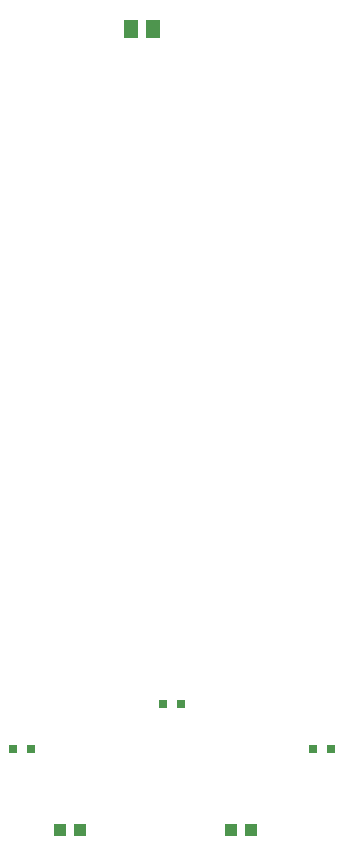
<source format=gbr>
G04 EAGLE Gerber RS-274X export*
G75*
%MOMM*%
%FSLAX34Y34*%
%LPD*%
%INSolderpaste Top*%
%IPPOS*%
%AMOC8*
5,1,8,0,0,1.08239X$1,22.5*%
G01*
%ADD10R,1.000000X1.100000*%
%ADD11R,0.800000X0.800000*%
%ADD12R,1.300000X1.500000*%


D10*
X723020Y223520D03*
X740020Y223520D03*
D11*
X538600Y292100D03*
X553600Y292100D03*
X680600Y330200D03*
X665600Y330200D03*
X792600Y292100D03*
X807600Y292100D03*
D10*
X578240Y223520D03*
X595240Y223520D03*
D12*
X638200Y901700D03*
X657200Y901700D03*
M02*

</source>
